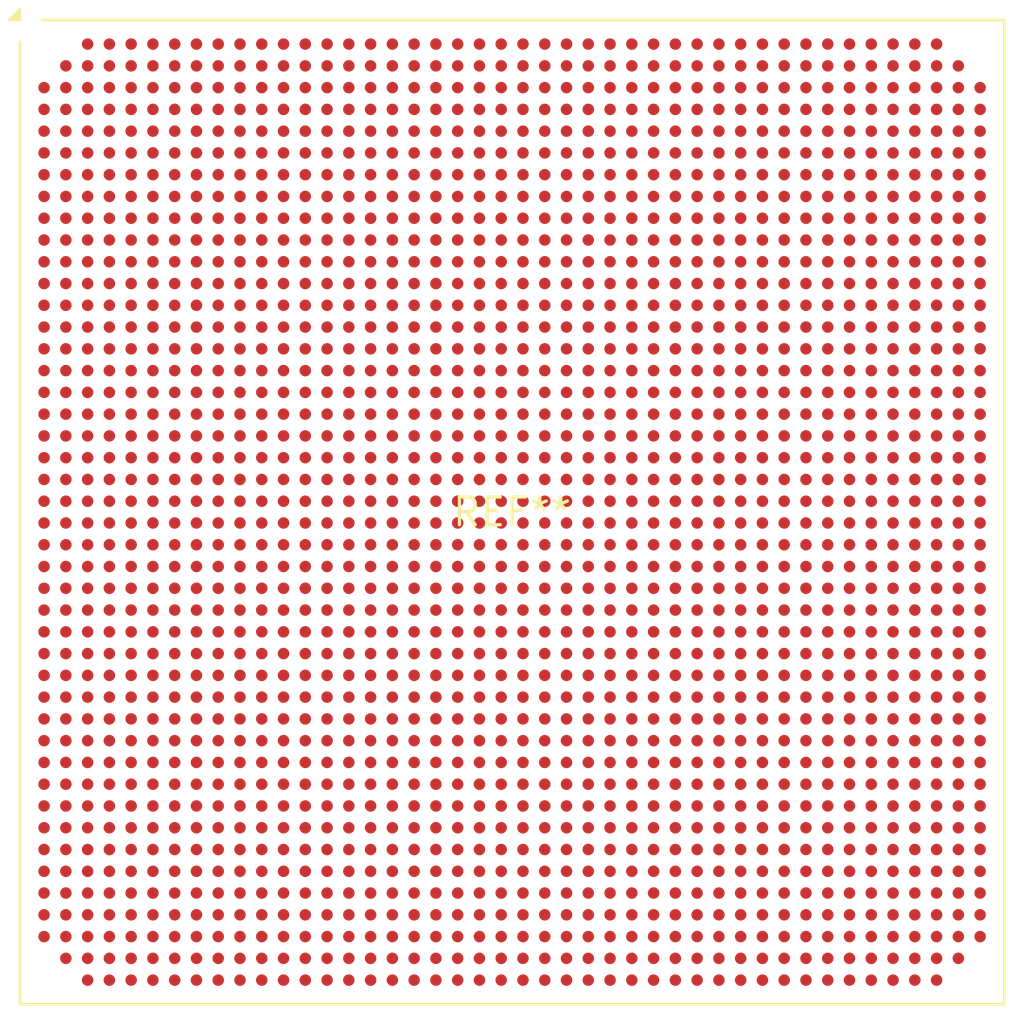
<source format=kicad_pcb>
(kicad_pcb (version 20240108) (generator pcbnew)
  (layers (0 "F.Cu" signal) (31 "B.Cu" signal) (34 "B.Paste" user) (35 "F.Paste" user) (36 "B.SilkS" user "B.Silkscreen") (37 "F.SilkS" user "F.Silkscreen") (38 "B.Mask" user) (39 "F.Mask" user) (44 "Edge.Cuts" user))
  (net 0 "")
  (footprint "Xilinx_FLG1925_FLG1926_FLG1928_FLG1930" (layer "F.Cu") (at 0 0)
    (property "Reference" "REF**")
    (property "Value" "Xilinx_FLG1925_FLG1926_FLG1928_FLG1930")
  )
)
</source>
